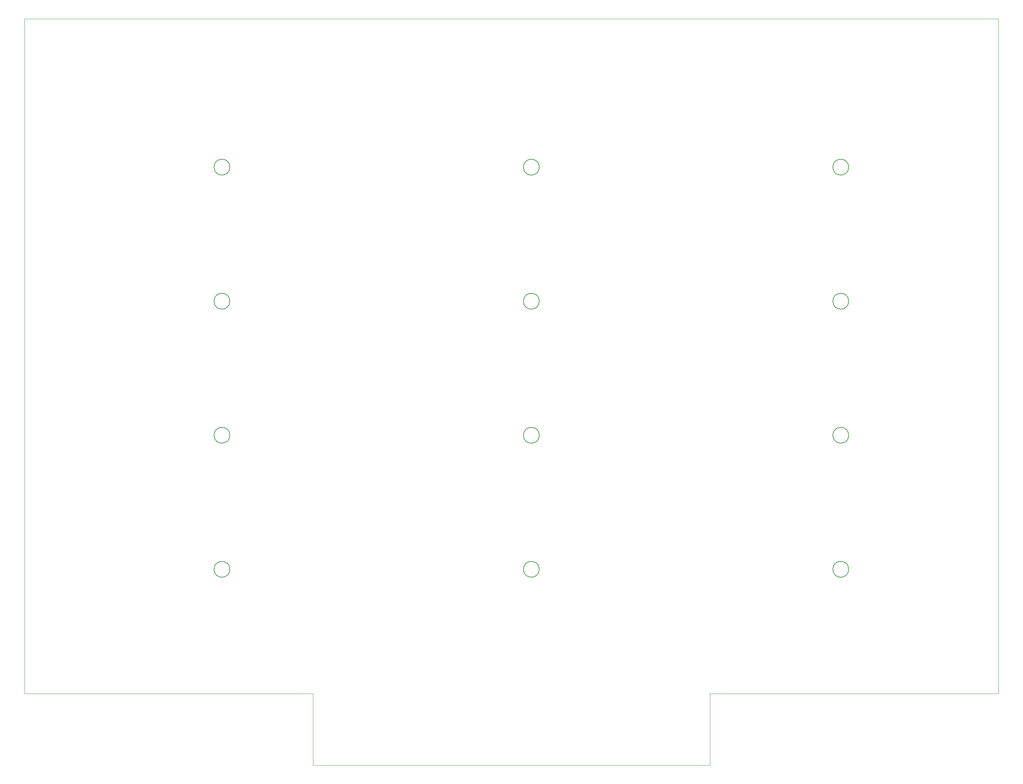
<source format=gbr>
G04 #@! TF.GenerationSoftware,KiCad,Pcbnew,(5.1.0-1152-gc9ccd8a64)*
G04 #@! TF.CreationDate,2019-07-22T10:45:48-04:00*
G04 #@! TF.ProjectId,pack,7061636b-2e6b-4696-9361-645f70636258,rev?*
G04 #@! TF.SameCoordinates,Original*
G04 #@! TF.FileFunction,Profile,NP*
%FSLAX46Y46*%
G04 Gerber Fmt 4.6, Leading zero omitted, Abs format (unit mm)*
G04 Created by KiCad (PCBNEW (5.1.0-1152-gc9ccd8a64)) date 2019-07-22 10:45:48*
%MOMM*%
%LPD*%
G04 APERTURE LIST*
%ADD10C,0.200000*%
%ADD11C,0.120000*%
G04 APERTURE END LIST*
D10*
X207750000Y-138668000D02*
G75*
G03X207750000Y-138668000I-2000000J0D01*
G01*
X129750000Y-138668000D02*
G75*
G03X129750000Y-138668000I-2000000J0D01*
G01*
X51750000Y-138668000D02*
G75*
G03X51750000Y-138668000I-2000000J0D01*
G01*
X207750000Y-104894000D02*
G75*
G03X207750000Y-104894000I-2000000J0D01*
G01*
X129750000Y-104894000D02*
G75*
G03X129750000Y-104894000I-2000000J0D01*
G01*
X51750000Y-104894000D02*
G75*
G03X51750000Y-104894000I-2000000J0D01*
G01*
X207750000Y-71120000D02*
G75*
G03X207750000Y-71120000I-2000000J0D01*
G01*
X129750000Y-71120000D02*
G75*
G03X129750000Y-71120000I-2000000J0D01*
G01*
X51750000Y-71120000D02*
G75*
G03X51750000Y-71120000I-2000000J0D01*
G01*
X207750000Y-37346000D02*
G75*
G03X207750000Y-37346000I-2000000J0D01*
G01*
X129750000Y-37346000D02*
G75*
G03X129750000Y-37346000I-2000000J0D01*
G01*
X51750000Y-37346000D02*
G75*
G03X51750000Y-37346000I-2000000J0D01*
G01*
D11*
X72750000Y-188000000D02*
X172750000Y-188000000D01*
X172750000Y-170000000D02*
X172750000Y-188000000D01*
X72750000Y-188000000D02*
X72750000Y-170000000D01*
X172750000Y-170000000D02*
X245500000Y-170000000D01*
X245500000Y0D02*
X245500000Y-170000000D01*
X0Y0D02*
X0Y-170000000D01*
X245500000Y0D02*
X0Y0D01*
X0Y-170000000D02*
X72750000Y-170000000D01*
M02*

</source>
